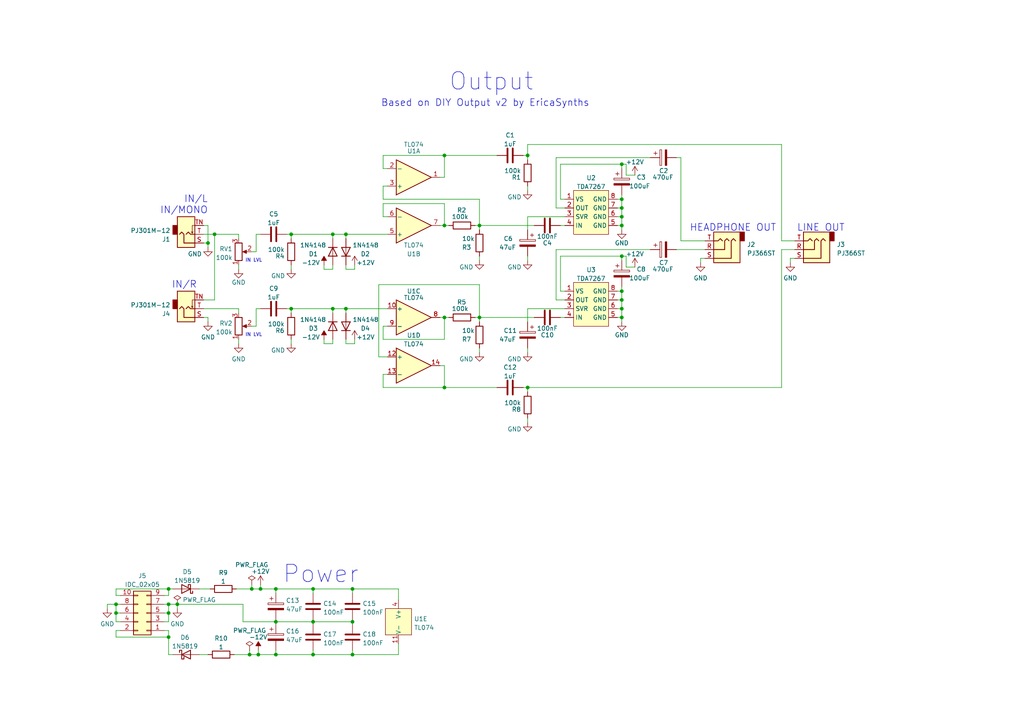
<source format=kicad_sch>
(kicad_sch (version 20211123) (generator eeschema)
  (paper "A4")
  (title_block (title "RW_EM_OUT_A") (date "2022-10-19") (rev "2022-10-19") (comment 1 "Licensed under CERN-OHL-S v2+") (comment 2 "https://github.com/sunfl0w/RW_EM"))
  (lib_symbols
    (symbol "Connector_Generic:Conn_02x05_Odd_Even" (pin_names (offset 1.016) hide)
      (property "Reference" "J" (at 1.27 7.62 0))
      (property "Value" "Conn_02x05_Odd_Even" (at 1.27 -7.62 0))
      (symbol "Conn_02x05_Odd_Even_1_1"
        (rectangle (start -1.27 -4.953) (end 0 -5.207) (stroke (width 0.1524)))
        (rectangle (start -1.27 -2.413) (end 0 -2.667) (stroke (width 0.1524)))
        (rectangle (start -1.27 0.127) (end 0 -0.127) (stroke (width 0.1524)))
        (rectangle (start -1.27 2.667) (end 0 2.413) (stroke (width 0.1524)))
        (rectangle (start -1.27 5.207) (end 0 4.953) (stroke (width 0.1524)))
        (rectangle (start -1.27 6.35) (end 3.81 -6.35) (stroke (width 0.254)) (fill (type background)))
        (rectangle (start 3.81 -4.953) (end 2.54 -5.207) (stroke (width 0.1524)))
        (rectangle (start 3.81 -2.413) (end 2.54 -2.667) (stroke (width 0.1524)))
        (rectangle (start 3.81 0.127) (end 2.54 -0.127) (stroke (width 0.1524)))
        (rectangle (start 3.81 2.667) (end 2.54 2.413) (stroke (width 0.1524)))
        (rectangle (start 3.81 5.207) (end 2.54 4.953) (stroke (width 0.1524)))
        (pin passive line (at -5.08 5.08 0) (length 3.81) (name "Pin_1") (number "1"))
        (pin passive line (at 7.62 -5.08 180) (length 3.81) (name "Pin_10") (number "10"))
        (pin passive line (at 7.62 5.08 180) (length 3.81) (name "Pin_2") (number "2"))
        (pin passive line (at -5.08 2.54 0) (length 3.81) (name "Pin_3") (number "3"))
        (pin passive line (at 7.62 2.54 180) (length 3.81) (name "Pin_4") (number "4"))
        (pin passive line (at -5.08 0 0) (length 3.81) (name "Pin_5") (number "5"))
        (pin passive line (at 7.62 0 180) (length 3.81) (name "Pin_6") (number "6"))
        (pin passive line (at -5.08 -2.54 0) (length 3.81) (name "Pin_7") (number "7"))
        (pin passive line (at 7.62 -2.54 180) (length 3.81) (name "Pin_8") (number "8"))
        (pin passive line (at -5.08 -5.08 0) (length 3.81) (name "Pin_9") (number "9"))
      )
    )
    (symbol "Device:C" (pin_numbers hide) (pin_names (offset 0.254))
      (property "Reference" "C" (at 0.635 2.54 0))
      (property "Value" "C" (at 0.635 -2.54 0))
      (symbol "C_0_1"
        (polyline (pts (xy -2.032 -0.762) (xy 2.032 -0.762)) (stroke (width 0.508)))
        (polyline (pts (xy -2.032 0.762) (xy 2.032 0.762)) (stroke (width 0.508)))
      )
      (symbol "C_1_1"
        (pin passive line (at 0 3.81 270) (length 2.794) (name "~") (number "1"))
        (pin passive line (at 0 -3.81 90) (length 2.794) (name "~") (number "2"))
      )
    )
    (symbol "Device:C_Polarized" (pin_numbers hide) (pin_names (offset 0.254))
      (property "Reference" "C" (at 0.635 2.54 0))
      (property "Value" "C_Polarized" (at 0.635 -2.54 0))
      (symbol "C_Polarized_0_1"
        (rectangle (start -2.286 0.508) (end 2.286 1.016))
        (polyline (pts (xy -1.778 2.286) (xy -0.762 2.286)))
        (polyline (pts (xy -1.27 2.794) (xy -1.27 1.778)))
        (rectangle (start 2.286 -0.508) (end -2.286 -1.016) (fill (type outline)))
      )
      (symbol "C_Polarized_1_1"
        (pin passive line (at 0 3.81 270) (length 2.794) (name "~") (number "1"))
        (pin passive line (at 0 -3.81 90) (length 2.794) (name "~") (number "2"))
      )
    )
    (symbol "Device:R" (pin_numbers hide) (pin_names (offset 0))
      (property "Reference" "R" (at 2.032 0 90))
      (property "Value" "R" (at 0 0 90))
      (symbol "R_0_1"
        (rectangle (start -1.016 -2.54) (end 1.016 2.54) (stroke (width 0.254)))
      )
      (symbol "R_1_1"
        (pin passive line (at 0 3.81 270) (length 1.27) (name "~") (number "1"))
        (pin passive line (at 0 -3.81 90) (length 1.27) (name "~") (number "2"))
      )
    )
    (symbol "Device:R_Potentiometer" (pin_names (offset 1.016) hide)
      (property "Reference" "RV" (at -4.445 0 90))
      (property "Value" "R_Potentiometer" (at -2.54 0 90))
      (symbol "R_Potentiometer_0_1"
        (polyline (pts (xy 2.54 0) (xy 1.524 0)))
        (polyline (pts (xy 1.143 0) (xy 2.286 0.508) (xy 2.286 -0.508) (xy 1.143 0)) (fill (type outline)))
        (rectangle (start 1.016 2.54) (end -1.016 -2.54) (stroke (width 0.254)))
      )
      (symbol "R_Potentiometer_1_1"
        (pin passive line (at 0 3.81 270) (length 1.27) (name "1") (number "1"))
        (pin passive line (at 3.81 0 180) (length 1.27) (name "2") (number "2"))
        (pin passive line (at 0 -3.81 90) (length 1.27) (name "3") (number "3"))
      )
    )
    (symbol "Diode:1N4148" (pin_numbers hide) (pin_names (offset 1.016) hide)
      (property "Reference" "D" (at 0 2.54 0))
      (property "Value" "1N4148" (at 0 -2.54 0))
      (symbol "1N4148_0_1"
        (polyline (pts (xy -1.27 1.27) (xy -1.27 -1.27)) (stroke (width 0.254)))
        (polyline (pts (xy 1.27 0) (xy -1.27 0)))
        (polyline (pts (xy 1.27 1.27) (xy 1.27 -1.27) (xy -1.27 0) (xy 1.27 1.27)) (stroke (width 0.254)))
      )
      (symbol "1N4148_1_1"
        (pin passive line (at -3.81 0 0) (length 2.54) (name "K") (number "1"))
        (pin passive line (at 3.81 0 180) (length 2.54) (name "A") (number "2"))
      )
    )
    (symbol "Diode:1N5819" (pin_numbers hide) (pin_names (offset 1.016) hide)
      (property "Reference" "D" (at 0 2.54 0))
      (property "Value" "1N5819" (at 0 -2.54 0))
      (symbol "1N5819_0_1"
        (polyline (pts (xy 1.27 0) (xy -1.27 0)))
        (polyline (pts (xy 1.27 1.27) (xy 1.27 -1.27) (xy -1.27 0) (xy 1.27 1.27)) (stroke (width 0.254)))
        (polyline (pts (xy -1.905 0.635) (xy -1.905 1.27) (xy -1.27 1.27) (xy -1.27 -1.27) (xy -0.635 -1.27) (xy -0.635 -0.635)) (stroke (width 0.254)))
      )
      (symbol "1N5819_1_1"
        (pin passive line (at -3.81 0 0) (length 2.54) (name "K") (number "1"))
        (pin passive line (at 3.81 0 180) (length 2.54) (name "A") (number "2"))
      )
    )
    (symbol "PJ301M-12_1"
      (property "Reference" "J" (at 0 8.89 0))
      (property "Value" "PJ301M-12_1" (at 0 6.35 0))
      (symbol "PJ301M-12_1_0_1"
        (rectangle (start -2.54 0) (end -3.81 -2.54) (stroke (width 0.254)) (fill (type outline)))
        (polyline (pts (xy 1.778 -0.254) (xy 2.032 -0.762)))
        (polyline (pts (xy 0 0) (xy 0.635 -0.635) (xy 1.27 0) (xy 2.54 0)) (stroke (width 0.254)))
        (polyline (pts (xy 2.54 -2.54) (xy 1.778 -2.54) (xy 1.778 -0.254) (xy 1.524 -0.762)))
        (polyline (pts (xy 2.54 2.54) (xy -0.635 2.54) (xy -0.635 0) (xy -1.27 -0.635) (xy -1.905 0)) (stroke (width 0.254)))
        (rectangle (start 2.54 3.81) (end -2.54 -5.08) (stroke (width 0.254)) (fill (type background)))
      )
      (symbol "PJ301M-12_1_1_1"
        (pin passive line (at 5.08 2.54 180) (length 2.54) (name "~") (number "S"))
        (pin passive line (at 5.08 0 180) (length 2.54) (name "~") (number "T"))
        (pin passive line (at 5.08 -2.54 180) (length 2.54) (name "~") (number "TN"))
      )
    )
    (symbol "RW_EurorackModular:PJ301M-12"
      (property "Reference" "J" (at 0 8.89 0))
      (property "Value" "PJ301M-12" (at 0 6.35 0))
      (symbol "PJ301M-12_0_1"
        (rectangle (start -2.54 0) (end -3.81 -2.54) (stroke (width 0.254)) (fill (type outline)))
        (polyline (pts (xy 1.778 -0.254) (xy 2.032 -0.762)))
        (polyline (pts (xy 0 0) (xy 0.635 -0.635) (xy 1.27 0) (xy 2.54 0)) (stroke (width 0.254)))
        (polyline (pts (xy 2.54 -2.54) (xy 1.778 -2.54) (xy 1.778 -0.254) (xy 1.524 -0.762)))
        (polyline (pts (xy 2.54 2.54) (xy -0.635 2.54) (xy -0.635 0) (xy -1.27 -0.635) (xy -1.905 0)) (stroke (width 0.254)))
        (rectangle (start 2.54 3.81) (end -2.54 -5.08) (stroke (width 0.254)) (fill (type background)))
      )
      (symbol "PJ301M-12_1_1"
        (pin passive line (at 5.08 2.54 180) (length 2.54) (name "~") (number "S"))
        (pin passive line (at 5.08 0 180) (length 2.54) (name "~") (number "T"))
        (pin passive line (at 5.08 -2.54 180) (length 2.54) (name "~") (number "TN"))
      )
    )
    (symbol "RW_EurorackModular:PJ366ST"
      (property "Reference" "J" (at 0 8.89 0))
      (property "Value" "PJ366ST" (at 0 6.35 0))
      (symbol "PJ366ST_0_1"
        (rectangle (start -5.08 -5.08) (end -6.35 -2.54) (stroke (width 0.254)) (fill (type outline)))
        (polyline (pts (xy 0 -2.54) (xy 0.635 -3.175) (xy 1.27 -2.54) (xy 2.54 -2.54)) (stroke (width 0.254)))
        (polyline (pts (xy -1.905 -2.54) (xy -1.27 -3.175) (xy -0.635 -2.54) (xy -0.635 0) (xy 2.54 0)) (stroke (width 0.254)))
        (polyline (pts (xy 2.54 2.54) (xy -2.54 2.54) (xy -2.54 -2.54) (xy -3.175 -3.175) (xy -3.81 -2.54)) (stroke (width 0.254)))
        (rectangle (start 2.54 3.81) (end -5.08 -5.08) (stroke (width 0.254)) (fill (type background)))
      )
      (symbol "PJ366ST_1_1"
        (pin passive line (at 5.08 0 180) (length 2.54) (name "~") (number "R"))
        (pin passive line (at 5.08 2.54 180) (length 2.54) (name "~") (number "S"))
        (pin passive line (at 5.08 -2.54 180) (length 2.54) (name "~") (number "T"))
      )
    )
    (symbol "RW_EurorackModular:TDA7267"
      (property "Reference" "U" (at 0 10.16 0))
      (property "Value" "TDA7267" (at 0 7.62 0))
      (symbol "TDA7267_0_1"
        (rectangle (start -5.08 6.35) (end 5.08 -6.35) (stroke (width 0.1524)) (fill (type background)))
      )
      (symbol "TDA7267_1_1"
        (pin power_in line (at -7.62 3.81 0) (length 2.54) (name "VS") (number "1"))
        (pin output line (at -7.62 1.27 0) (length 2.54) (name "OUT") (number "2"))
        (pin input line (at -7.62 -1.27 0) (length 2.54) (name "SVR") (number "3"))
        (pin input line (at -7.62 -3.81 0) (length 2.54) (name "IN") (number "4"))
        (pin power_in line (at 7.62 -3.81 180) (length 2.54) (name "GND") (number "5"))
        (pin power_in line (at 7.62 -1.27 180) (length 2.54) (name "GND") (number "6"))
        (pin power_in line (at 7.62 1.27 180) (length 2.54) (name "GND") (number "7"))
        (pin power_in line (at 7.62 3.81 180) (length 2.54) (name "GND") (number "8"))
      )
    )
    (symbol "RW_EurorackModular:TL074" (pin_names (offset 0.127))
      (property "Reference" "U" (at 0 5.08 0))
      (property "Value" "TL074" (at 0 -5.08 0))
      (symbol "TL074_1_1"
        (polyline (pts (xy -5.08 5.08) (xy 5.08 0) (xy -5.08 -5.08) (xy -5.08 5.08)) (stroke (width 0.254)) (fill (type background)))
        (pin output line (at 7.62 0 180) (length 2.54) (name "~") (number "1"))
        (pin input line (at -7.62 -2.54 0) (length 2.54) (name "-") (number "2"))
        (pin input line (at -7.62 2.54 0) (length 2.54) (name "+") (number "3"))
      )
      (symbol "TL074_2_1"
        (polyline (pts (xy -5.08 5.08) (xy 5.08 0) (xy -5.08 -5.08) (xy -5.08 5.08)) (stroke (width 0.254)) (fill (type background)))
        (pin input line (at -7.62 2.54 0) (length 2.54) (name "+") (number "5"))
        (pin input line (at -7.62 -2.54 0) (length 2.54) (name "-") (number "6"))
        (pin output line (at 7.62 0 180) (length 2.54) (name "~") (number "7"))
      )
      (symbol "TL074_3_1"
        (polyline (pts (xy -5.08 5.08) (xy 5.08 0) (xy -5.08 -5.08) (xy -5.08 5.08)) (stroke (width 0.254)) (fill (type background)))
        (pin input line (at -7.62 2.54 0) (length 2.54) (name "+") (number "10"))
        (pin output line (at 7.62 0 180) (length 2.54) (name "~") (number "8"))
        (pin input line (at -7.62 -2.54 0) (length 2.54) (name "-") (number "9"))
      )
      (symbol "TL074_4_1"
        (polyline (pts (xy -5.08 5.08) (xy 5.08 0) (xy -5.08 -5.08) (xy -5.08 5.08)) (stroke (width 0.254)) (fill (type background)))
        (pin input line (at -7.62 2.54 0) (length 2.54) (name "+") (number "12"))
        (pin input line (at -7.62 -2.54 0) (length 2.54) (name "-") (number "13"))
        (pin output line (at 7.62 0 180) (length 2.54) (name "~") (number "14"))
      )
      (symbol "TL074_5_1"
        (rectangle (start -3.81 3.81) (end 3.81 -3.81) (stroke (width 0.1524)) (fill (type background)))
        (pin power_in line (at 0 -6.35 90) (length 2.54) (name "V-") (number "11"))
        (pin power_in line (at 0 6.35 270) (length 2.54) (name "V+") (number "4"))
      )
    )
    (symbol "power:+12V" (power) (pin_names (offset 0))
      (property "Value" "+12V" (at 0 3.556 0))
      (symbol "+12V_0_1"
        (polyline (pts (xy -0.762 1.27) (xy 0 2.54)))
        (polyline (pts (xy 0 0) (xy 0 2.54)))
        (polyline (pts (xy 0 2.54) (xy 0.762 1.27)))
      )
      (symbol "+12V_1_1"
        (pin power_in line (at 0 0 90) (length 0) hide (name "+12V") (number "1"))
      )
    )
    (symbol "power:-12V" (power) (pin_names (offset 0))
      (property "Value" "-12V" (at 0 3.81 0))
      (symbol "-12V_0_0"
        (pin power_in line (at 0 0 90) (length 0) hide (name "-12V") (number "1"))
      )
      (symbol "-12V_0_1"
        (polyline (pts (xy 0 0) (xy 0 1.27) (xy 0.762 1.27) (xy 0 2.54) (xy -0.762 1.27) (xy 0 1.27)) (fill (type outline)))
      )
    )
    (symbol "power:GND" (power) (pin_names (offset 0))
      (property "Value" "GND" (at 0 -3.81 0))
      (symbol "GND_0_1"
        (polyline (pts (xy 0 0) (xy 0 -1.27) (xy 1.27 -1.27) (xy 0 -2.54) (xy -1.27 -1.27) (xy 0 -1.27)))
      )
      (symbol "GND_1_1"
        (pin power_in line (at 0 0 270) (length 0) hide (name "GND") (number "1"))
      )
    )
    (symbol "power:PWR_FLAG" (power) (pin_numbers hide) (pin_names (offset 0) hide)
      (property "Value" "PWR_FLAG" (at 0 3.81 0))
      (symbol "PWR_FLAG_0_0"
        (pin power_out line (at 0 0 90) (length 0) (name "pwr") (number "1"))
      )
      (symbol "PWR_FLAG_0_1"
        (polyline (pts (xy 0 0) (xy 0 1.27) (xy -1.016 1.905) (xy 0 2.54) (xy 1.016 1.905) (xy 0 1.27)))
      )
    )
  )
  (junction (at 90.805 170.815))
  (junction (at 100.33 67.945))
  (junction (at 90.805 180.34))
  (junction (at 80.01 170.815))
  (junction (at 84.455 67.945))
  (junction (at 102.235 189.865))
  (junction (at 139.065 65.405))
  (junction (at 128.905 45.085))
  (junction (at 80.01 180.34))
  (junction (at 180.34 60.325))
  (junction (at 180.34 84.455))
  (junction (at 180.34 57.785))
  (junction (at 80.01 189.865))
  (junction (at 48.895 170.815))
  (junction (at 180.34 74.295))
  (junction (at 73.025 170.815))
  (junction (at 62.23 67.945))
  (junction (at 75.565 170.815))
  (junction (at 60.325 70.485))
  (junction (at 128.905 65.405))
  (junction (at 139.065 92.075))
  (junction (at 48.895 184.785))
  (junction (at 102.235 180.34))
  (junction (at 84.455 89.535))
  (junction (at 72.39 189.865))
  (junction (at 180.34 89.535))
  (junction (at 90.805 189.865))
  (junction (at 180.34 65.405))
  (junction (at 74.93 189.865))
  (junction (at 128.905 92.075))
  (junction (at 33.655 177.8))
  (junction (at 33.655 175.26))
  (junction (at 180.34 62.865))
  (junction (at 180.34 47.625))
  (junction (at 96.52 67.945))
  (junction (at 153.035 112.395))
  (junction (at 128.905 112.395))
  (junction (at 153.035 45.085))
  (junction (at 180.34 92.075))
  (junction (at 180.34 86.995))
  (junction (at 100.33 89.535))
  (junction (at 48.895 175.26))
  (junction (at 51.435 175.26))
  (junction (at 102.235 170.815))
  (junction (at 48.895 177.8))
  (junction (at 96.52 89.535))
  (wire (pts (xy 179.07 84.455) (xy 180.34 84.455)))
  (wire (pts (xy 197.485 69.85) (xy 204.47 69.85)))
  (wire (pts (xy 180.34 57.785) (xy 180.34 56.515)))
  (wire (pts (xy 33.655 184.785) (xy 48.895 184.785)))
  (wire (pts (xy 163.83 60.325) (xy 161.29 60.325)))
  (wire (pts (xy 153.035 62.865) (xy 163.83 62.865)))
  (wire (pts (xy 139.065 74.295) (xy 139.065 75.565)))
  (wire (pts (xy 139.065 57.785) (xy 111.125 57.785)))
  (wire (pts (xy 72.39 189.865) (xy 74.93 189.865)))
  (wire (pts (xy 181.61 77.47) (xy 184.15 77.47)))
  (wire (pts (xy 180.34 48.895) (xy 180.34 47.625)))
  (wire (pts (xy 153.035 41.91) (xy 153.035 45.085)))
  (wire (pts (xy 128.905 45.085) (xy 128.905 51.435)))
  (wire (pts (xy 153.035 89.535) (xy 163.83 89.535)))
  (wire (pts (xy 153.035 66.675) (xy 153.035 62.865)))
  (wire (pts (xy 111.125 53.975) (xy 112.395 53.975)))
  (wire (pts (xy 84.455 67.945) (xy 96.52 67.945)))
  (wire (pts (xy 163.83 86.995) (xy 161.29 86.995)))
  (wire (pts (xy 33.655 175.26) (xy 31.115 175.26)))
  (wire (pts (xy 229.235 74.93) (xy 230.505 74.93)))
  (wire (pts (xy 128.905 59.055) (xy 128.905 65.405)))
  (wire (pts (xy 57.785 170.815) (xy 60.96 170.815)))
  (wire (pts (xy 109.855 103.505) (xy 112.395 103.505)))
  (wire (pts (xy 162.56 74.295) (xy 162.56 84.455)))
  (wire (pts (xy 100.33 67.945) (xy 112.395 67.945)))
  (wire (pts (xy 230.505 69.85) (xy 226.695 69.85)))
  (wire (pts (xy 181.61 74.295) (xy 181.61 77.47)))
  (wire (pts (xy 84.455 89.535) (xy 96.52 89.535)))
  (wire (pts (xy 93.98 99.695) (xy 93.98 98.425)))
  (wire (pts (xy 128.905 45.085) (xy 144.145 45.085)))
  (wire (pts (xy 72.39 189.865) (xy 72.39 188.595)))
  (wire (pts (xy 128.905 106.045) (xy 127.635 106.045)))
  (wire (pts (xy 115.57 173.99) (xy 115.57 170.815)))
  (wire (pts (xy 48.895 175.26) (xy 48.895 177.8)))
  (wire (pts (xy 139.065 65.405) (xy 154.94 65.405)))
  (wire (pts (xy 80.01 170.815) (xy 90.805 170.815)))
  (wire (pts (xy 67.945 189.865) (xy 72.39 189.865)))
  (wire (pts (xy 96.52 98.425) (xy 96.52 99.695)))
  (wire (pts (xy 68.58 170.815) (xy 73.025 170.815)))
  (wire (pts (xy 59.055 67.945) (xy 62.23 67.945)))
  (wire (pts (xy 90.805 170.815) (xy 102.235 170.815)))
  (wire (pts (xy 128.905 51.435) (xy 127.635 51.435)))
  (wire (pts (xy 180.34 65.405) (xy 180.34 66.675)))
  (wire (pts (xy 139.065 65.405) (xy 139.065 57.785)))
  (wire (pts (xy 48.895 172.72) (xy 47.625 172.72)))
  (wire (pts (xy 226.695 112.395) (xy 226.695 72.39)))
  (wire (pts (xy 73.025 170.815) (xy 73.025 169.545)))
  (wire (pts (xy 62.23 67.945) (xy 62.23 86.995)))
  (wire (pts (xy 59.055 86.995) (xy 62.23 86.995)))
  (wire (pts (xy 102.235 170.815) (xy 102.235 172.085)))
  (wire (pts (xy 161.29 72.39) (xy 188.595 72.39)))
  (wire (pts (xy 48.895 184.785) (xy 48.895 189.865)))
  (wire (pts (xy 180.34 89.535) (xy 180.34 92.075)))
  (wire (pts (xy 69.215 98.425) (xy 69.215 99.695)))
  (wire (pts (xy 100.33 76.835) (xy 100.33 78.105)))
  (wire (pts (xy 180.34 89.535) (xy 179.07 89.535)))
  (wire (pts (xy 153.035 100.965) (xy 153.035 102.235)))
  (wire (pts (xy 180.34 92.075) (xy 179.07 92.075)))
  (wire (pts (xy 96.52 78.105) (xy 93.98 78.105)))
  (wire (pts (xy 84.455 89.535) (xy 84.455 90.805)))
  (wire (pts (xy 180.34 60.325) (xy 179.07 60.325)))
  (wire (pts (xy 80.01 180.34) (xy 90.805 180.34)))
  (wire (pts (xy 128.905 112.395) (xy 128.905 106.045)))
  (wire (pts (xy 90.805 180.34) (xy 102.235 180.34)))
  (wire (pts (xy 59.055 89.535) (xy 69.215 89.535)))
  (wire (pts (xy 74.295 94.615) (xy 74.295 89.535)))
  (wire (pts (xy 128.905 98.425) (xy 128.905 92.075)))
  (wire (pts (xy 162.56 57.785) (xy 163.83 57.785)))
  (wire (pts (xy 102.235 180.34) (xy 102.235 179.705)))
  (wire (pts (xy 180.34 62.865) (xy 179.07 62.865)))
  (wire (pts (xy 33.655 182.88) (xy 33.655 184.785)))
  (wire (pts (xy 48.895 170.815) (xy 48.895 172.72)))
  (wire (pts (xy 180.34 62.865) (xy 180.34 65.405)))
  (wire (pts (xy 226.695 41.91) (xy 226.695 69.85)))
  (wire (pts (xy 48.895 184.785) (xy 48.895 182.88)))
  (wire (pts (xy 75.565 170.815) (xy 80.01 170.815)))
  (wire (pts (xy 161.29 86.995) (xy 161.29 72.39)))
  (wire (pts (xy 112.395 108.585) (xy 111.125 108.585)))
  (wire (pts (xy 151.765 112.395) (xy 153.035 112.395)))
  (wire (pts (xy 180.34 57.785) (xy 180.34 60.325)))
  (wire (pts (xy 96.52 67.945) (xy 96.52 69.215)))
  (wire (pts (xy 139.065 82.55) (xy 139.065 92.075)))
  (wire (pts (xy 33.655 170.815) (xy 48.895 170.815)))
  (wire (pts (xy 93.98 78.105) (xy 93.98 76.835)))
  (wire (pts (xy 111.125 57.785) (xy 111.125 53.975)))
  (wire (pts (xy 128.905 92.075) (xy 127.635 92.075)))
  (wire (pts (xy 100.33 78.105) (xy 102.87 78.105)))
  (wire (pts (xy 48.895 180.34) (xy 47.625 180.34)))
  (wire (pts (xy 33.655 180.34) (xy 34.925 180.34)))
  (wire (pts (xy 33.655 172.72) (xy 33.655 170.815)))
  (wire (pts (xy 137.795 92.075) (xy 139.065 92.075)))
  (wire (pts (xy 180.34 92.075) (xy 180.34 93.345)))
  (wire (pts (xy 47.625 175.26) (xy 48.895 175.26)))
  (wire (pts (xy 109.855 103.505) (xy 109.855 82.55)))
  (wire (pts (xy 74.93 189.865) (xy 74.93 188.595)))
  (wire (pts (xy 203.2 74.93) (xy 203.2 76.2)))
  (wire (pts (xy 203.2 74.93) (xy 204.47 74.93)))
  (wire (pts (xy 179.07 57.785) (xy 180.34 57.785)))
  (wire (pts (xy 109.855 82.55) (xy 139.065 82.55)))
  (wire (pts (xy 180.34 84.455) (xy 180.34 83.185)))
  (wire (pts (xy 111.125 59.055) (xy 128.905 59.055)))
  (wire (pts (xy 197.485 45.72) (xy 197.485 69.85)))
  (wire (pts (xy 102.87 99.695) (xy 102.87 98.425)))
  (wire (pts (xy 153.035 53.975) (xy 153.035 55.245)))
  (wire (pts (xy 47.625 177.8) (xy 48.895 177.8)))
  (wire (pts (xy 96.52 67.945) (xy 100.33 67.945)))
  (wire (pts (xy 139.065 92.075) (xy 154.94 92.075)))
  (wire (pts (xy 180.34 65.405) (xy 179.07 65.405)))
  (wire (pts (xy 48.895 182.88) (xy 47.625 182.88)))
  (wire (pts (xy 139.065 92.075) (xy 139.065 93.345)))
  (wire (pts (xy 180.34 86.995) (xy 180.34 89.535)))
  (wire (pts (xy 153.035 112.395) (xy 153.035 113.665)))
  (wire (pts (xy 73.025 73.025) (xy 74.295 73.025)))
  (wire (pts (xy 90.805 180.34) (xy 90.805 180.975)))
  (wire (pts (xy 229.235 74.93) (xy 229.235 76.2)))
  (wire (pts (xy 80.01 179.705) (xy 80.01 180.34)))
  (wire (pts (xy 96.52 76.835) (xy 96.52 78.105)))
  (wire (pts (xy 153.035 41.91) (xy 226.695 41.91)))
  (wire (pts (xy 90.805 189.865) (xy 90.805 188.595)))
  (wire (pts (xy 34.925 172.72) (xy 33.655 172.72)))
  (wire (pts (xy 84.455 76.835) (xy 84.455 78.105)))
  (wire (pts (xy 111.125 94.615) (xy 111.125 98.425)))
  (wire (pts (xy 111.125 98.425) (xy 128.905 98.425)))
  (wire (pts (xy 111.125 62.865) (xy 111.125 59.055)))
  (wire (pts (xy 70.485 180.34) (xy 80.01 180.34)))
  (wire (pts (xy 162.56 47.625) (xy 162.56 57.785)))
  (wire (pts (xy 33.655 182.88) (xy 34.925 182.88)))
  (wire (pts (xy 100.33 89.535) (xy 112.395 89.535)))
  (wire (pts (xy 137.795 65.405) (xy 139.065 65.405)))
  (wire (pts (xy 180.34 86.995) (xy 179.07 86.995)))
  (wire (pts (xy 112.395 48.895) (xy 111.125 48.895)))
  (wire (pts (xy 139.065 65.405) (xy 139.065 66.675)))
  (wire (pts (xy 102.235 188.595) (xy 102.235 189.865)))
  (wire (pts (xy 180.34 74.295) (xy 162.56 74.295)))
  (wire (pts (xy 180.34 74.295) (xy 181.61 74.295)))
  (wire (pts (xy 102.235 180.34) (xy 102.235 180.975)))
  (wire (pts (xy 153.035 112.395) (xy 226.695 112.395)))
  (wire (pts (xy 102.235 170.815) (xy 115.57 170.815)))
  (wire (pts (xy 161.29 60.325) (xy 161.29 45.72)))
  (wire (pts (xy 115.57 189.865) (xy 115.57 186.69)))
  (wire (pts (xy 31.115 175.26) (xy 31.115 176.53)))
  (wire (pts (xy 96.52 99.695) (xy 93.98 99.695)))
  (wire (pts (xy 100.33 89.535) (xy 100.33 90.805)))
  (wire (pts (xy 161.29 45.72) (xy 188.595 45.72)))
  (wire (pts (xy 180.34 47.625) (xy 181.61 47.625)))
  (wire (pts (xy 60.325 92.075) (xy 59.055 92.075)))
  (wire (pts (xy 100.33 98.425) (xy 100.33 99.695)))
  (wire (pts (xy 48.895 170.815) (xy 50.165 170.815)))
  (wire (pts (xy 74.295 73.025) (xy 74.295 67.945)))
  (wire (pts (xy 180.34 47.625) (xy 162.56 47.625)))
  (wire (pts (xy 51.435 175.26) (xy 70.485 175.26)))
  (wire (pts (xy 74.93 189.865) (xy 80.01 189.865)))
  (wire (pts (xy 153.035 121.285) (xy 153.035 122.555)))
  (wire (pts (xy 60.325 65.405) (xy 60.325 70.485)))
  (wire (pts (xy 90.805 189.865) (xy 102.235 189.865)))
  (wire (pts (xy 100.33 67.945) (xy 100.33 69.215)))
  (wire (pts (xy 60.325 92.075) (xy 60.325 93.345)))
  (wire (pts (xy 153.035 93.345) (xy 153.035 89.535)))
  (wire (pts (xy 80.01 188.595) (xy 80.01 189.865)))
  (wire (pts (xy 111.125 108.585) (xy 111.125 112.395)))
  (wire (pts (xy 69.215 69.215) (xy 69.215 67.945)))
  (wire (pts (xy 59.055 65.405) (xy 60.325 65.405)))
  (wire (pts (xy 80.01 189.865) (xy 90.805 189.865)))
  (wire (pts (xy 69.215 76.835) (xy 69.215 78.105)))
  (wire (pts (xy 128.905 65.405) (xy 127.635 65.405)))
  (wire (pts (xy 230.505 72.39) (xy 226.695 72.39)))
  (wire (pts (xy 48.895 175.26) (xy 51.435 175.26)))
  (wire (pts (xy 74.295 67.945) (xy 75.565 67.945)))
  (wire (pts (xy 75.565 170.815) (xy 75.565 169.545)))
  (wire (pts (xy 51.435 175.26) (xy 51.435 176.53)))
  (wire (pts (xy 48.895 189.865) (xy 50.165 189.865)))
  (wire (pts (xy 112.395 94.615) (xy 111.125 94.615)))
  (wire (pts (xy 128.905 65.405) (xy 130.175 65.405)))
  (wire (pts (xy 74.295 89.535) (xy 75.565 89.535)))
  (wire (pts (xy 180.34 84.455) (xy 180.34 86.995)))
  (wire (pts (xy 196.215 45.72) (xy 197.485 45.72)))
  (wire (pts (xy 33.655 177.8) (xy 34.925 177.8)))
  (wire (pts (xy 33.655 177.8) (xy 33.655 180.34)))
  (wire (pts (xy 96.52 89.535) (xy 96.52 90.805)))
  (wire (pts (xy 102.235 189.865) (xy 115.57 189.865)))
  (wire (pts (xy 73.025 94.615) (xy 74.295 94.615)))
  (wire (pts (xy 57.785 189.865) (xy 60.325 189.865)))
  (wire (pts (xy 180.34 75.565) (xy 180.34 74.295)))
  (wire (pts (xy 180.34 60.325) (xy 180.34 62.865)))
  (wire (pts (xy 70.485 175.26) (xy 70.485 180.34)))
  (wire (pts (xy 111.125 48.895) (xy 111.125 45.085)))
  (wire (pts (xy 196.215 72.39) (xy 204.47 72.39)))
  (wire (pts (xy 33.655 175.26) (xy 33.655 177.8)))
  (wire (pts (xy 83.185 89.535) (xy 84.455 89.535)))
  (wire (pts (xy 153.035 74.295) (xy 153.035 75.565)))
  (wire (pts (xy 60.325 70.485) (xy 60.325 71.755)))
  (wire (pts (xy 34.925 175.26) (xy 33.655 175.26)))
  (wire (pts (xy 111.125 112.395) (xy 128.905 112.395)))
  (wire (pts (xy 69.215 90.805) (xy 69.215 89.535)))
  (wire (pts (xy 73.025 170.815) (xy 75.565 170.815)))
  (wire (pts (xy 90.805 172.085) (xy 90.805 170.815)))
  (wire (pts (xy 62.23 67.945) (xy 69.215 67.945)))
  (wire (pts (xy 112.395 62.865) (xy 111.125 62.865)))
  (wire (pts (xy 153.035 45.085) (xy 153.035 46.355)))
  (wire (pts (xy 84.455 67.945) (xy 84.455 69.215)))
  (wire (pts (xy 162.56 84.455) (xy 163.83 84.455)))
  (wire (pts (xy 162.56 65.405) (xy 163.83 65.405)))
  (wire (pts (xy 151.765 45.085) (xy 153.035 45.085)))
  (wire (pts (xy 60.325 70.485) (xy 59.055 70.485)))
  (wire (pts (xy 80.01 180.34) (xy 80.01 180.975)))
  (wire (pts (xy 128.905 112.395) (xy 144.145 112.395)))
  (wire (pts (xy 128.905 92.075) (xy 130.175 92.075)))
  (wire (pts (xy 162.56 92.075) (xy 163.83 92.075)))
  (wire (pts (xy 181.61 50.8) (xy 184.15 50.8)))
  (wire (pts (xy 90.805 179.705) (xy 90.805 180.34)))
  (wire (pts (xy 48.895 177.8) (xy 48.895 180.34)))
  (wire (pts (xy 100.33 99.695) (xy 102.87 99.695)))
  (wire (pts (xy 102.87 78.105) (xy 102.87 76.835)))
  (wire (pts (xy 96.52 89.535) (xy 100.33 89.535)))
  (wire (pts (xy 139.065 100.965) (xy 139.065 102.235)))
  (wire (pts (xy 111.125 45.085) (xy 128.905 45.085)))
  (wire (pts (xy 181.61 47.625) (xy 181.61 50.8)))
  (wire (pts (xy 83.185 67.945) (xy 84.455 67.945)))
  (wire (pts (xy 80.01 172.085) (xy 80.01 170.815)))
  (wire (pts (xy 84.455 98.425) (xy 84.455 99.695)))
  (text "IN LVL" (at 71.12 76.2 0) (effects (font (size 1 1)) (justify left bottom)))
  (text "IN/R" (at 57.15 83.82 180) (effects (font (size 2 2)) (justify right bottom)))
  (text "IN LVL" (at 71.12 97.79 0) (effects (font (size 1 1)) (justify left bottom)))
  (text "Output" (at 130.175 26.67 0) (effects (font (size 5 5)) (justify left bottom)))
  (text "Power" (at 81.915 169.545 0) (effects (font (size 5 5)) (justify left bottom)))
  (text "IN/L\nIN/MONO" (at 60.325 62.23 180) (effects (font (size 2 2)) (justify right bottom)))
  (text "LINE OUT" (at 231.14 67.31 0) (effects (font (size 2 2)) (justify left bottom)))
  (text "Based on DIY Output v2 by EricaSynths" (at 110.49 31.115 0) (effects (font (size 2 2)) (justify left bottom)))
  (text "HEADPHONE OUT" (at 200.025 67.31 0) (effects (font (size 2 2)) (justify left bottom)))
  (symbol (lib_id "Device:C_Polarized") (at 153.035 70.485 0) (mirror y) (unit 1)
    (property "Reference" "C6" (at 146.05 69.215 0) (effects (justify right)))
    (property "Value" "47uF" (at 144.78 71.755 0) (effects (justify right)))
    (property "Footprint" "Capacitor_THT:CP_Radial_D5.0mm_P2.00mm" (effects hide))
  )
  (symbol (lib_id "RW_EurorackModular:PJ366ST") (at 235.585 72.39 180) (unit 1)
    (property "Reference" "J3" (at 242.697 70.9203 0) (effects (justify right)))
    (property "Value" "PJ366ST" (at 242.697 73.4572 0) (effects (justify right)))
    (property "Footprint" "RW_EurorackModular:PJ366ST" (effects hide))
  )
  (symbol (lib_id "power:PWR_FLAG") (at 72.39 188.595 0) (unit 1)
    (property "Reference" "#FLG03" (effects hide))
    (property "Value" "PWR_FLAG" (at 72.39 182.88 0))
  )
  (symbol (lib_id "power:GND") (at 139.065 75.565 0) (unit 1)
    (property "Reference" "#PWR04" (effects hide))
    (property "Value" "GND" (at 135.255 77.47 0))
  )
  (symbol (lib_id "Diode:1N4148") (at 100.33 94.615 270) (mirror x) (unit 1)
    (property "Reference" "D4" (at 107.315 95.25 90) (effects (justify right)))
    (property "Value" "1N4148" (at 109.855 92.71 90) (effects (justify right)))
    (property "Footprint" "Diode_THT:D_DO-35_SOD27_P7.62mm_Horizontal" (effects hide))
    (property "Datasheet" "https://assets.nexperia.com/documents/data-sheet/1N4148_1N4448.pdf" (effects hide))
  )
  (symbol (lib_id "Device:R") (at 139.065 97.155 0) (unit 1)
    (property "Reference" "R7" (at 133.985 98.425 0) (effects (justify left)))
    (property "Value" "10k" (at 133.985 95.885 0) (effects (justify left)))
    (property "Footprint" "Resistor_THT:R_Axial_DIN0207_L6.3mm_D2.5mm_P2.54mm_Vertical" (effects hide))
  )
  (symbol (lib_id "RW_EurorackModular:PJ366ST") (at 209.55 72.39 180) (unit 1)
    (property "Reference" "J2" (at 216.662 70.9203 0) (effects (justify right)))
    (property "Value" "PJ366ST" (at 216.662 73.4572 0) (effects (justify right)))
    (property "Footprint" "RW_EurorackModular:PJ366ST" (effects hide))
  )
  (symbol (lib_id "Device:C") (at 79.375 67.945 90) (unit 1)
    (property "Reference" "C5" (at 79.375 62.0862 90))
    (property "Value" "1uF" (at 79.375 64.6231 90))
    (property "Footprint" "Capacitor_THT:C_Rect_L7.2mm_W4.5mm_P5.00mm_FKS2_FKP2_MKS2_MKP2" (effects hide))
  )
  (symbol (lib_id "power:GND") (at 180.34 66.675 0) (unit 1)
    (property "Reference" "#PWR02" (effects hide))
    (property "Value" "GND" (at 180.34 70.485 0))
  )
  (symbol (lib_id "Diode:1N4148") (at 100.33 73.025 270) (mirror x) (unit 1)
    (property "Reference" "D2" (at 107.315 73.66 90) (effects (justify right)))
    (property "Value" "1N4148" (at 109.855 71.12 90) (effects (justify right)))
    (property "Footprint" "Diode_THT:D_DO-35_SOD27_P7.62mm_Horizontal" (effects hide))
    (property "Datasheet" "https://assets.nexperia.com/documents/data-sheet/1N4148_1N4448.pdf" (effects hide))
  )
  (symbol (lib_id "RW_EurorackModular:TDA7267") (at 171.45 88.265 0) (unit 1)
    (property "Reference" "U3" (at 171.45 78.266 0))
    (property "Value" "TDA7267" (at 171.45 80.8029 0))
    (property "Footprint" "Package_DIP:DIP-8_W7.62mm" (effects hide))
  )
  (symbol (lib_id "power:GND") (at 60.325 71.755 0) (unit 1)
    (property "Reference" "#PWR03" (effects hide))
    (property "Value" "GND" (at 56.515 73.66 0))
  )
  (symbol (lib_id "power:GND") (at 139.065 102.235 0) (unit 1)
    (property "Reference" "#PWR018" (effects hide))
    (property "Value" "GND" (at 135.255 104.14 0))
  )
  (symbol (lib_id "power:GND") (at 69.215 78.105 0) (unit 1)
    (property "Reference" "#PWR010" (effects hide))
    (property "Value" "GND" (at 69.215 81.915 0))
  )
  (symbol (lib_id "power:PWR_FLAG") (at 73.025 169.545 0) (unit 1)
    (property "Reference" "#FLG01" (effects hide))
    (property "Value" "PWR_FLAG" (at 73.025 163.83 0))
  )
  (symbol (lib_id "power:GND") (at 180.34 93.345 0) (unit 1)
    (property "Reference" "#PWR013" (effects hide))
    (property "Value" "GND" (at 180.34 97.155 0))
  )
  (symbol (lib_id "power:GND") (at 69.215 99.695 0) (unit 1)
    (property "Reference" "#PWR016" (effects hide))
    (property "Value" "GND" (at 69.215 104.1384 0))
  )
  (symbol (lib_id "power:GND") (at 153.035 122.555 0) (unit 1)
    (property "Reference" "#PWR020" (effects hide))
    (property "Value" "GND" (at 149.225 124.46 0))
  )
  (symbol (lib_id "power:GND") (at 153.035 102.235 0) (unit 1)
    (property "Reference" "#PWR019" (effects hide))
    (property "Value" "GND" (at 149.225 104.14 0))
  )
  (symbol (lib_id "Device:C") (at 147.955 45.085 90) (unit 1)
    (property "Reference" "C1" (at 147.955 39.2262 90))
    (property "Value" "1uF" (at 147.955 41.7631 90))
    (property "Footprint" "Capacitor_THT:C_Rect_L7.2mm_W4.5mm_P5.00mm_FKS2_FKP2_MKS2_MKP2" (effects hide))
  )
  (symbol (lib_id "Device:R_Potentiometer") (at 69.215 94.615 0) (mirror x) (unit 1)
    (property "Reference" "RV2" (at 67.4371 93.7803 0) (effects (justify right)))
    (property "Value" "100k" (at 67.4371 96.3172 0) (effects (justify right)))
    (property "Footprint" "RW_EurorackModular:Potentiometer_R0904N_SongHuei" (effects hide))
  )
  (symbol (lib_id "Device:R") (at 153.035 50.165 180) (unit 1)
    (property "Reference" "R1" (at 151.13 51.435 0) (effects (justify left)))
    (property "Value" "100k" (at 151.13 49.53 0) (effects (justify left)))
    (property "Footprint" "Resistor_THT:R_Axial_DIN0207_L6.3mm_D2.5mm_P2.54mm_Vertical" (effects hide))
  )
  (symbol (lib_name "PJ301M-12_1") (lib_id "RW_EurorackModular:PJ301M-12") (at 53.975 89.535 0) (mirror x) (unit 1)
    (property "Reference" "J4" (at 49.403 91.0047 0) (effects (justify right)))
    (property "Value" "PJ301M-12" (at 49.403 88.4678 0) (effects (justify right)))
    (property "Footprint" "RW_EurorackModular:PJ301M-12" (effects hide))
  )
  (symbol (lib_id "power:PWR_FLAG") (at 51.435 175.26 0) (unit 1)
    (property "Reference" "#FLG02" (effects hide))
    (property "Value" "PWR_FLAG" (at 57.785 173.99 0))
  )
  (symbol (lib_id "Device:C") (at 102.235 175.895 0) (unit 1)
    (property "Reference" "C15" (at 105.156 175.0603 0) (effects (justify left)))
    (property "Value" "100nF" (at 105.156 177.5972 0) (effects (justify left)))
    (property "Footprint" "Capacitor_THT:C_Disc_D5.0mm_W2.5mm_P5.00mm" (effects hide))
  )
  (symbol (lib_id "Device:C_Polarized") (at 153.035 97.155 0) (mirror y) (unit 1)
    (property "Reference" "C11" (at 146.05 95.885 0) (effects (justify right)))
    (property "Value" "47uF" (at 144.78 98.425 0) (effects (justify right)))
    (property "Footprint" "Capacitor_THT:CP_Radial_D5.0mm_P2.00mm" (effects hide))
  )
  (symbol (lib_id "power:-12V") (at 93.98 98.425 0) (unit 1)
    (property "Reference" "#PWR014" (effects hide))
    (property "Value" "-12V" (at 90.17 97.79 0))
  )
  (symbol (lib_id "RW_EurorackModular:TL074") (at 120.015 65.405 0) (mirror x) (unit 2)
    (property "Reference" "U1" (at 120.015 73.66 0))
    (property "Value" "TL074" (at 120.015 71.12 0))
    (property "Footprint" "Package_DIP:DIP-14_W7.62mm" (effects hide))
  )
  (symbol (lib_id "power:-12V") (at 74.93 188.595 0) (unit 1)
    (property "Reference" "#PWR024" (effects hide))
    (property "Value" "-12V" (at 74.93 184.785 0))
  )
  (symbol (lib_id "Device:C_Polarized") (at 180.34 79.375 0) (unit 1)
    (property "Reference" "C8" (at 187.325 78.105 0) (effects (justify right)))
    (property "Value" "100uF" (at 188.595 80.645 0) (effects (justify right)))
    (property "Footprint" "Capacitor_THT:CP_Radial_D5.0mm_P2.00mm" (effects hide))
  )
  (symbol (lib_id "Device:R") (at 84.455 94.615 180) (unit 1)
    (property "Reference" "R6" (at 82.55 95.885 0) (effects (justify left)))
    (property "Value" "100k" (at 82.55 93.98 0) (effects (justify left)))
    (property "Footprint" "Resistor_THT:R_Axial_DIN0207_L6.3mm_D2.5mm_P2.54mm_Vertical" (effects hide))
  )
  (symbol (lib_id "Device:R") (at 133.985 92.075 90) (unit 1)
    (property "Reference" "R5" (at 135.255 87.63 90) (effects (justify left)))
    (property "Value" "100k" (at 135.89 89.535 90) (effects (justify left)))
    (property "Footprint" "Resistor_THT:R_Axial_DIN0207_L6.3mm_D2.5mm_P2.54mm_Vertical" (effects hide))
  )
  (symbol (lib_id "Device:C_Polarized") (at 192.405 45.72 90) (mirror x) (unit 1)
    (property "Reference" "C2" (at 191.135 49.53 90) (effects (justify right)))
    (property "Value" "470uF" (at 189.23 51.435 90) (effects (justify right)))
    (property "Footprint" "Capacitor_THT:CP_Radial_D10.0mm_P5.00mm" (effects hide))
  )
  (symbol (lib_id "RW_EurorackModular:TL074") (at 120.015 106.045 0) (unit 4)
    (property "Reference" "U1" (at 120.015 97.2652 0))
    (property "Value" "TL074" (at 120.015 99.8021 0))
    (property "Footprint" "Package_DIP:DIP-14_W7.62mm" (effects hide))
  )
  (symbol (lib_id "power:GND") (at 84.455 99.695 0) (unit 1)
    (property "Reference" "#PWR017" (effects hide))
    (property "Value" "GND" (at 80.645 101.6 0))
  )
  (symbol (lib_id "power:GND") (at 84.455 78.105 0) (unit 1)
    (property "Reference" "#PWR011" (effects hide))
    (property "Value" "GND" (at 80.645 80.01 0))
  )
  (symbol (lib_id "Device:C") (at 102.235 184.785 0) (unit 1)
    (property "Reference" "C18" (at 105.156 183.9503 0) (effects (justify left)))
    (property "Value" "100nF" (at 105.156 186.4872 0) (effects (justify left)))
    (property "Footprint" "Capacitor_THT:C_Disc_D5.0mm_W2.5mm_P5.00mm" (effects hide))
  )
  (symbol (lib_id "power:GND") (at 229.235 76.2 0) (mirror y) (unit 1)
    (property "Reference" "#PWR07" (effects hide))
    (property "Value" "GND" (at 229.235 80.6434 0))
  )
  (symbol (lib_id "Device:C") (at 158.75 65.405 90) (mirror x) (unit 1)
    (property "Reference" "C4" (at 158.75 70.485 90))
    (property "Value" "100nF" (at 158.75 68.58 90))
    (property "Footprint" "Capacitor_THT:C_Rect_L7.2mm_W5.5mm_P5.00mm_FKS2_FKP2_MKS2_MKP2" (effects hide))
  )
  (symbol (lib_id "Device:C") (at 79.375 89.535 90) (unit 1)
    (property "Reference" "C9" (at 79.375 83.6762 90))
    (property "Value" "1uF" (at 79.375 86.2131 90))
    (property "Footprint" "Capacitor_THT:C_Rect_L7.2mm_W4.5mm_P5.00mm_FKS2_FKP2_MKS2_MKP2" (effects hide))
  )
  (symbol (lib_id "power:GND") (at 153.035 75.565 0) (unit 1)
    (property "Reference" "#PWR05" (effects hide))
    (property "Value" "GND" (at 149.225 77.47 0))
  )
  (symbol (lib_id "Device:R") (at 133.985 65.405 90) (unit 1)
    (property "Reference" "R2" (at 135.255 60.96 90) (effects (justify left)))
    (property "Value" "100k" (at 135.89 62.865 90) (effects (justify left)))
    (property "Footprint" "Resistor_THT:R_Axial_DIN0207_L6.3mm_D2.5mm_P2.54mm_Vertical" (effects hide))
  )
  (symbol (lib_id "Device:C") (at 158.75 92.075 90) (mirror x) (unit 1)
    (property "Reference" "C10" (at 158.75 97.155 90))
    (property "Value" "100nF" (at 158.75 95.25 90))
    (property "Footprint" "Capacitor_THT:C_Rect_L7.2mm_W5.5mm_P5.00mm_FKS2_FKP2_MKS2_MKP2" (effects hide))
  )
  (symbol (lib_id "Device:C") (at 90.805 184.785 0) (unit 1)
    (property "Reference" "C17" (at 93.726 183.9503 0) (effects (justify left)))
    (property "Value" "100nF" (at 93.726 186.4872 0) (effects (justify left)))
    (property "Footprint" "Capacitor_THT:C_Disc_D5.0mm_W2.5mm_P5.00mm" (effects hide))
  )
  (symbol (lib_id "power:+12V") (at 75.565 169.545 0) (unit 1)
    (property "Reference" "#PWR021" (effects hide))
    (property "Value" "+12V" (at 75.565 165.735 0))
  )
  (symbol (lib_id "Device:C_Polarized") (at 80.01 175.895 0) (unit 1)
    (property "Reference" "C13" (at 82.931 174.1713 0) (effects (justify left)))
    (property "Value" "47uF" (at 82.931 176.7082 0) (effects (justify left)))
    (property "Footprint" "Capacitor_THT:CP_Radial_D5.0mm_P2.00mm" (effects hide))
  )
  (symbol (lib_id "RW_EurorackModular:TL074") (at 120.015 51.435 0) (mirror x) (unit 1)
    (property "Reference" "U1" (at 120.015 43.815 0))
    (property "Value" "TL074" (at 120.015 41.91 0))
    (property "Footprint" "Package_DIP:DIP-14_W7.62mm" (effects hide))
  )
  (symbol (lib_id "Device:R") (at 139.065 70.485 0) (unit 1)
    (property "Reference" "R3" (at 133.985 71.755 0) (effects (justify left)))
    (property "Value" "10k" (at 133.985 69.215 0) (effects (justify left)))
    (property "Footprint" "Resistor_THT:R_Axial_DIN0207_L6.3mm_D2.5mm_P2.54mm_Vertical" (effects hide))
  )
  (symbol (lib_id "power:GND") (at 203.2 76.2 0) (mirror y) (unit 1)
    (property "Reference" "#PWR06" (effects hide))
    (property "Value" "GND" (at 203.2 80.6434 0))
  )
  (symbol (lib_id "RW_EurorackModular:TL074") (at 115.57 180.34 0) (unit 5)
    (property "Reference" "U1" (at 120.0912 179.5053 0) (effects (justify left)))
    (property "Value" "TL074" (at 120.0912 182.0422 0) (effects (justify left)))
    (property "Footprint" "Package_DIP:DIP-14_W7.62mm" (effects hide))
  )
  (symbol (lib_id "Device:R") (at 64.135 189.865 90) (unit 1)
    (property "Reference" "R10" (at 64.135 185.1492 90))
    (property "Value" "1" (at 64.135 187.6861 90))
    (property "Footprint" "Resistor_THT:R_Axial_DIN0207_L6.3mm_D2.5mm_P10.16mm_Horizontal" (effects hide))
  )
  (symbol (lib_id "Connector_Generic:Conn_02x05_Odd_Even") (at 42.545 177.8 180) (unit 1)
    (property "Reference" "J5" (at 41.275 167.005 0))
    (property "Value" "IDC_02x05" (at 41.275 169.545 0))
    (property "Footprint" "Connector_IDC:IDC-Header_2x05_P2.54mm_Vertical" (effects hide))
  )
  (symbol (lib_id "power:+12V") (at 184.15 50.8 0) (unit 1)
    (property "Reference" "#PWR0101" (effects hide))
    (property "Value" "+12V" (at 184.15 46.99 0))
  )
  (symbol (lib_id "Diode:1N5819") (at 53.975 170.815 180) (unit 1)
    (property "Reference" "D5" (at 54.2925 165.8452 0))
    (property "Value" "1N5819" (at 54.2925 168.3821 0))
    (property "Footprint" "Diode_THT:D_DO-41_SOD81_P10.16mm_Horizontal" (effects hide))
    (property "Datasheet" "http://www.vishay.com/docs/88525/1n5817.pdf" (effects hide))
  )
  (symbol (lib_id "RW_EurorackModular:TL074") (at 120.015 92.075 0) (unit 3)
    (property "Reference" "U1" (at 120.015 84.455 0))
    (property "Value" "TL074" (at 120.015 86.36 0))
    (property "Footprint" "Package_DIP:DIP-14_W7.62mm" (effects hide))
  )
  (symbol (lib_id "Device:C") (at 147.955 112.395 90) (unit 1)
    (property "Reference" "C12" (at 147.955 106.5362 90))
    (property "Value" "1uF" (at 147.955 109.0731 90))
    (property "Footprint" "Capacitor_THT:C_Rect_L7.2mm_W4.5mm_P5.00mm_FKS2_FKP2_MKS2_MKP2" (effects hide))
  )
  (symbol (lib_id "power:GND") (at 51.435 176.53 0) (unit 1)
    (property "Reference" "#PWR023" (effects hide))
    (property "Value" "GND" (at 51.435 180.9734 0))
  )
  (symbol (lib_id "Device:C_Polarized") (at 80.01 184.785 0) (unit 1)
    (property "Reference" "C16" (at 82.931 183.0613 0) (effects (justify left)))
    (property "Value" "47uF" (at 82.931 185.5982 0) (effects (justify left)))
    (property "Footprint" "Capacitor_THT:CP_Radial_D5.0mm_P2.00mm" (effects hide))
  )
  (symbol (lib_id "RW_EurorackModular:PJ301M-12") (at 53.975 67.945 0) (mirror x) (unit 1)
    (property "Reference" "J1" (at 49.403 69.4147 0) (effects (justify right)))
    (property "Value" "PJ301M-12" (at 49.403 66.8778 0) (effects (justify right)))
    (property "Footprint" "RW_EurorackModular:PJ301M-12" (effects hide))
  )
  (symbol (lib_id "RW_EurorackModular:TDA7267") (at 171.45 61.595 0) (unit 1)
    (property "Reference" "U2" (at 171.45 51.596 0))
    (property "Value" "TDA7267" (at 171.45 54.1329 0))
    (property "Footprint" "Package_DIP:DIP-8_W7.62mm" (effects hide))
  )
  (symbol (lib_id "Device:C_Polarized") (at 192.405 72.39 90) (mirror x) (unit 1)
    (property "Reference" "C7" (at 191.135 76.2 90) (effects (justify right)))
    (property "Value" "470uF" (at 189.23 78.105 90) (effects (justify right)))
    (property "Footprint" "Capacitor_THT:CP_Radial_D10.0mm_P5.00mm" (effects hide))
  )
  (symbol (lib_id "power:+12V") (at 102.87 76.835 0) (unit 1)
    (property "Reference" "#PWR09" (effects hide))
    (property "Value" "+12V" (at 106.045 76.2 0))
  )
  (symbol (lib_id "Device:R") (at 153.035 117.475 180) (unit 1)
    (property "Reference" "R8" (at 151.13 118.745 0) (effects (justify left)))
    (property "Value" "100k" (at 151.13 116.84 0) (effects (justify left)))
    (property "Footprint" "Resistor_THT:R_Axial_DIN0207_L6.3mm_D2.5mm_P2.54mm_Vertical" (effects hide))
  )
  (symbol (lib_id "Diode:1N4148") (at 96.52 94.615 90) (mirror x) (unit 1)
    (property "Reference" "D3" (at 89.535 95.25 90) (effects (justify right)))
    (property "Value" "1N4148" (at 86.995 92.71 90) (effects (justify right)))
    (property "Footprint" "Diode_THT:D_DO-35_SOD27_P7.62mm_Horizontal" (effects hide))
    (property "Datasheet" "https://assets.nexperia.com/documents/data-sheet/1N4148_1N4448.pdf" (effects hide))
  )
  (symbol (lib_id "Device:C") (at 90.805 175.895 0) (unit 1)
    (property "Reference" "C14" (at 93.726 175.0603 0) (effects (justify left)))
    (property "Value" "100nF" (at 93.726 177.5972 0) (effects (justify left)))
    (property "Footprint" "Capacitor_THT:C_Disc_D5.0mm_W2.5mm_P5.00mm" (effects hide))
  )
  (symbol (lib_id "Diode:1N5819") (at 53.975 189.865 0) (unit 1)
    (property "Reference" "D6" (at 53.6575 184.8952 0))
    (property "Value" "1N5819" (at 53.6575 187.4321 0))
    (property "Footprint" "Diode_THT:D_DO-41_SOD81_P10.16mm_Horizontal" (effects hide))
    (property "Datasheet" "http://www.vishay.com/docs/88525/1n5817.pdf" (effects hide))
  )
  (symbol (lib_id "Device:R") (at 64.77 170.815 90) (unit 1)
    (property "Reference" "R9" (at 64.77 166.0992 90))
    (property "Value" "1" (at 64.77 168.6361 90))
    (property "Footprint" "Resistor_THT:R_Axial_DIN0207_L6.3mm_D2.5mm_P10.16mm_Horizontal" (effects hide))
  )
  (symbol (lib_id "Device:R_Potentiometer") (at 69.215 73.025 0) (mirror x) (unit 1)
    (property "Reference" "RV1" (at 67.4371 72.1903 0) (effects (justify right)))
    (property "Value" "100k" (at 67.4371 74.7272 0) (effects (justify right)))
    (property "Footprint" "RW_EurorackModular:Potentiometer_R0904N_SongHuei" (effects hide))
  )
  (symbol (lib_id "power:GND") (at 153.035 55.245 0) (unit 1)
    (property "Reference" "#PWR01" (effects hide))
    (property "Value" "GND" (at 149.225 57.15 0))
  )
  (symbol (lib_id "power:+12V") (at 184.15 77.47 0) (unit 1)
    (property "Reference" "#PWR0102" (effects hide))
    (property "Value" "+12V" (at 184.15 73.66 0))
  )
  (symbol (lib_id "Device:R") (at 84.455 73.025 180) (unit 1)
    (property "Reference" "R4" (at 82.55 74.295 0) (effects (justify left)))
    (property "Value" "100k" (at 82.55 72.39 0) (effects (justify left)))
    (property "Footprint" "Resistor_THT:R_Axial_DIN0207_L6.3mm_D2.5mm_P2.54mm_Vertical" (effects hide))
  )
  (symbol (lib_id "power:GND") (at 31.115 176.53 0) (unit 1)
    (property "Reference" "#PWR022" (effects hide))
    (property "Value" "GND" (at 31.115 180.9734 0))
  )
  (symbol (lib_id "Diode:1N4148") (at 96.52 73.025 90) (mirror x) (unit 1)
    (property "Reference" "D1" (at 89.535 73.66 90) (effects (justify right)))
    (property "Value" "1N4148" (at 86.995 71.12 90) (effects (justify right)))
    (property "Footprint" "Diode_THT:D_DO-35_SOD27_P7.62mm_Horizontal" (effects hide))
    (property "Datasheet" "https://assets.nexperia.com/documents/data-sheet/1N4148_1N4448.pdf" (effects hide))
  )
  (symbol (lib_id "power:GND") (at 60.325 93.345 0) (unit 1)
    (property "Reference" "#PWR012" (effects hide))
    (property "Value" "GND" (at 60.325 97.7884 0))
  )
  (symbol (lib_id "power:-12V") (at 93.98 76.835 0) (unit 1)
    (property "Reference" "#PWR08" (effects hide))
    (property "Value" "-12V" (at 90.17 76.2 0))
  )
  (symbol (lib_id "power:+12V") (at 102.87 98.425 0) (unit 1)
    (property "Reference" "#PWR015" (effects hide))
    (property "Value" "+12V" (at 106.045 97.79 0))
  )
  (symbol (lib_id "Device:C_Polarized") (at 180.34 52.705 0) (unit 1)
    (property "Reference" "C3" (at 187.325 51.435 0) (effects (justify right)))
    (property "Value" "100uF" (at 188.595 53.975 0) (effects (justify right)))
    (property "Footprint" "Capacitor_THT:CP_Radial_D5.0mm_P2.00mm" (effects hide))
  )
)
</source>
